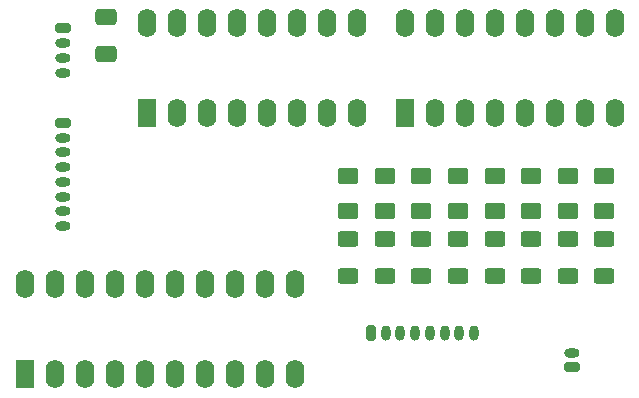
<source format=gbr>
%TF.GenerationSoftware,KiCad,Pcbnew,8.0.3*%
%TF.CreationDate,2024-07-20T16:39:50-07:00*%
%TF.ProjectId,General Register V1,47656e65-7261-46c2-9052-656769737465,rev?*%
%TF.SameCoordinates,Original*%
%TF.FileFunction,Soldermask,Top*%
%TF.FilePolarity,Negative*%
%FSLAX46Y46*%
G04 Gerber Fmt 4.6, Leading zero omitted, Abs format (unit mm)*
G04 Created by KiCad (PCBNEW 8.0.3) date 2024-07-20 16:39:50*
%MOMM*%
%LPD*%
G01*
G04 APERTURE LIST*
G04 Aperture macros list*
%AMRoundRect*
0 Rectangle with rounded corners*
0 $1 Rounding radius*
0 $2 $3 $4 $5 $6 $7 $8 $9 X,Y pos of 4 corners*
0 Add a 4 corners polygon primitive as box body*
4,1,4,$2,$3,$4,$5,$6,$7,$8,$9,$2,$3,0*
0 Add four circle primitives for the rounded corners*
1,1,$1+$1,$2,$3*
1,1,$1+$1,$4,$5*
1,1,$1+$1,$6,$7*
1,1,$1+$1,$8,$9*
0 Add four rect primitives between the rounded corners*
20,1,$1+$1,$2,$3,$4,$5,0*
20,1,$1+$1,$4,$5,$6,$7,0*
20,1,$1+$1,$6,$7,$8,$9,0*
20,1,$1+$1,$8,$9,$2,$3,0*%
G04 Aperture macros list end*
%ADD10RoundRect,0.250000X-0.650000X0.412500X-0.650000X-0.412500X0.650000X-0.412500X0.650000X0.412500X0*%
%ADD11RoundRect,0.250001X0.624999X-0.462499X0.624999X0.462499X-0.624999X0.462499X-0.624999X-0.462499X0*%
%ADD12RoundRect,0.250000X-0.625000X0.400000X-0.625000X-0.400000X0.625000X-0.400000X0.625000X0.400000X0*%
%ADD13R,1.600000X2.400000*%
%ADD14O,1.600000X2.400000*%
%ADD15RoundRect,0.200000X-0.450000X0.200000X-0.450000X-0.200000X0.450000X-0.200000X0.450000X0.200000X0*%
%ADD16O,1.300000X0.800000*%
%ADD17RoundRect,0.200000X0.450000X-0.200000X0.450000X0.200000X-0.450000X0.200000X-0.450000X-0.200000X0*%
%ADD18RoundRect,0.200000X-0.200000X-0.450000X0.200000X-0.450000X0.200000X0.450000X-0.200000X0.450000X0*%
%ADD19O,0.800000X1.300000*%
G04 APERTURE END LIST*
D10*
%TO.C,C3*%
X99800000Y-62200000D03*
X99800000Y-65325000D03*
%TD*%
D11*
%TO.C,D2*%
X123400000Y-78575000D03*
X123400000Y-75600000D03*
%TD*%
%TO.C,D3*%
X126500000Y-78575000D03*
X126500000Y-75600000D03*
%TD*%
D12*
%TO.C,R6*%
X135800000Y-81000000D03*
X135800000Y-84100000D03*
%TD*%
D13*
%TO.C,U5*%
X125100000Y-70300000D03*
D14*
X127640000Y-70300000D03*
X130180000Y-70300000D03*
X132720000Y-70300000D03*
X135260000Y-70300000D03*
X137800000Y-70300000D03*
X140340000Y-70300000D03*
X142880000Y-70300000D03*
X142880000Y-62680000D03*
X140340000Y-62680000D03*
X137800000Y-62680000D03*
X135260000Y-62680000D03*
X132720000Y-62680000D03*
X130180000Y-62680000D03*
X127640000Y-62680000D03*
X125100000Y-62680000D03*
%TD*%
D12*
%TO.C,R1*%
X120300000Y-81000000D03*
X120300000Y-84100000D03*
%TD*%
D11*
%TO.C,D7*%
X138900000Y-78575000D03*
X138900000Y-75600000D03*
%TD*%
D15*
%TO.C,J1*%
X96200000Y-63125000D03*
D16*
X96200000Y-64375000D03*
X96200000Y-65625000D03*
X96200000Y-66875000D03*
%TD*%
D12*
%TO.C,R8*%
X142000000Y-81000000D03*
X142000000Y-84100000D03*
%TD*%
D11*
%TO.C,D4*%
X129600000Y-78575000D03*
X129600000Y-75600000D03*
%TD*%
%TO.C,D1*%
X120300000Y-78575000D03*
X120300000Y-75600000D03*
%TD*%
D12*
%TO.C,R2*%
X123400000Y-81000000D03*
X123400000Y-84100000D03*
%TD*%
D13*
%TO.C,U6*%
X92920000Y-92420000D03*
D14*
X95460000Y-92420000D03*
X98000000Y-92420000D03*
X100540000Y-92420000D03*
X103080000Y-92420000D03*
X105620000Y-92420000D03*
X108160000Y-92420000D03*
X110700000Y-92420000D03*
X113240000Y-92420000D03*
X115780000Y-92420000D03*
X115780000Y-84800000D03*
X113240000Y-84800000D03*
X110700000Y-84800000D03*
X108160000Y-84800000D03*
X105620000Y-84800000D03*
X103080000Y-84800000D03*
X100540000Y-84800000D03*
X98000000Y-84800000D03*
X95460000Y-84800000D03*
X92920000Y-84800000D03*
%TD*%
D12*
%TO.C,R7*%
X138900000Y-81000000D03*
X138900000Y-84100000D03*
%TD*%
%TO.C,R4*%
X129600000Y-81000000D03*
X129600000Y-84100000D03*
%TD*%
%TO.C,R5*%
X132700000Y-81000000D03*
X132700000Y-84100000D03*
%TD*%
D17*
%TO.C,J3*%
X139300000Y-91825000D03*
D16*
X139300000Y-90575000D03*
%TD*%
D15*
%TO.C,J2*%
X96200000Y-71125000D03*
D16*
X96200000Y-72375000D03*
X96200000Y-73625000D03*
X96200000Y-74875000D03*
X96200000Y-76125000D03*
X96200000Y-77375000D03*
X96200000Y-78625000D03*
X96200000Y-79875000D03*
%TD*%
D11*
%TO.C,D6*%
X135800000Y-78575000D03*
X135800000Y-75600000D03*
%TD*%
%TO.C,D8*%
X142000000Y-78575000D03*
X142000000Y-75600000D03*
%TD*%
D13*
%TO.C,U4*%
X103280000Y-70300000D03*
D14*
X105820000Y-70300000D03*
X108360000Y-70300000D03*
X110900000Y-70300000D03*
X113440000Y-70300000D03*
X115980000Y-70300000D03*
X118520000Y-70300000D03*
X121060000Y-70300000D03*
X121060000Y-62680000D03*
X118520000Y-62680000D03*
X115980000Y-62680000D03*
X113440000Y-62680000D03*
X110900000Y-62680000D03*
X108360000Y-62680000D03*
X105820000Y-62680000D03*
X103280000Y-62680000D03*
%TD*%
D18*
%TO.C,J4*%
X122225000Y-88900000D03*
D19*
X123475000Y-88900000D03*
X124725000Y-88900000D03*
X125975000Y-88900000D03*
X127225000Y-88900000D03*
X128475000Y-88900000D03*
X129725000Y-88900000D03*
X130975000Y-88900000D03*
%TD*%
D12*
%TO.C,R3*%
X126500000Y-81000000D03*
X126500000Y-84100000D03*
%TD*%
D11*
%TO.C,D5*%
X132700000Y-78575000D03*
X132700000Y-75600000D03*
%TD*%
M02*

</source>
